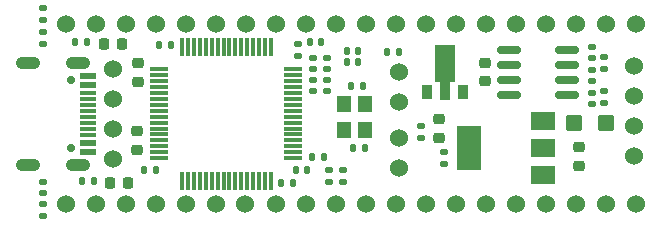
<source format=gts>
G04 #@! TF.GenerationSoftware,KiCad,Pcbnew,7.0.1-0*
G04 #@! TF.CreationDate,2023-09-07T09:44:33-04:00*
G04 #@! TF.ProjectId,F405_pill,46343035-5f70-4696-9c6c-2e6b69636164,rev?*
G04 #@! TF.SameCoordinates,Original*
G04 #@! TF.FileFunction,Soldermask,Top*
G04 #@! TF.FilePolarity,Negative*
%FSLAX46Y46*%
G04 Gerber Fmt 4.6, Leading zero omitted, Abs format (unit mm)*
G04 Created by KiCad (PCBNEW 7.0.1-0) date 2023-09-07 09:44:33*
%MOMM*%
%LPD*%
G01*
G04 APERTURE LIST*
G04 Aperture macros list*
%AMRoundRect*
0 Rectangle with rounded corners*
0 $1 Rounding radius*
0 $2 $3 $4 $5 $6 $7 $8 $9 X,Y pos of 4 corners*
0 Add a 4 corners polygon primitive as box body*
4,1,4,$2,$3,$4,$5,$6,$7,$8,$9,$2,$3,0*
0 Add four circle primitives for the rounded corners*
1,1,$1+$1,$2,$3*
1,1,$1+$1,$4,$5*
1,1,$1+$1,$6,$7*
1,1,$1+$1,$8,$9*
0 Add four rect primitives between the rounded corners*
20,1,$1+$1,$2,$3,$4,$5,0*
20,1,$1+$1,$4,$5,$6,$7,0*
20,1,$1+$1,$6,$7,$8,$9,0*
20,1,$1+$1,$8,$9,$2,$3,0*%
%AMFreePoly0*
4,1,9,3.862500,-0.866500,0.737500,-0.866500,0.737500,-0.450000,-0.737500,-0.450000,-0.737500,0.450000,0.737500,0.450000,0.737500,0.866500,3.862500,0.866500,3.862500,-0.866500,3.862500,-0.866500,$1*%
G04 Aperture macros list end*
%ADD10RoundRect,0.135000X0.185000X-0.135000X0.185000X0.135000X-0.185000X0.135000X-0.185000X-0.135000X0*%
%ADD11RoundRect,0.225000X0.250000X-0.225000X0.250000X0.225000X-0.250000X0.225000X-0.250000X-0.225000X0*%
%ADD12RoundRect,0.225000X-0.250000X0.225000X-0.250000X-0.225000X0.250000X-0.225000X0.250000X0.225000X0*%
%ADD13RoundRect,0.140000X0.140000X0.170000X-0.140000X0.170000X-0.140000X-0.170000X0.140000X-0.170000X0*%
%ADD14RoundRect,0.135000X-0.135000X-0.185000X0.135000X-0.185000X0.135000X0.185000X-0.135000X0.185000X0*%
%ADD15RoundRect,0.218750X-0.218750X-0.256250X0.218750X-0.256250X0.218750X0.256250X-0.218750X0.256250X0*%
%ADD16R,2.000000X1.500000*%
%ADD17R,2.000000X3.800000*%
%ADD18RoundRect,0.140000X0.170000X-0.140000X0.170000X0.140000X-0.170000X0.140000X-0.170000X-0.140000X0*%
%ADD19C,1.524000*%
%ADD20R,1.200000X1.400000*%
%ADD21RoundRect,0.140000X-0.140000X-0.170000X0.140000X-0.170000X0.140000X0.170000X-0.140000X0.170000X0*%
%ADD22RoundRect,0.140000X-0.170000X0.140000X-0.170000X-0.140000X0.170000X-0.140000X0.170000X0.140000X0*%
%ADD23RoundRect,0.250000X-0.450000X-0.425000X0.450000X-0.425000X0.450000X0.425000X-0.450000X0.425000X0*%
%ADD24C,0.700000*%
%ADD25R,1.450000X0.600000*%
%ADD26R,1.450000X0.300000*%
%ADD27O,2.100000X1.050000*%
%ADD28RoundRect,0.135000X-0.185000X0.135000X-0.185000X-0.135000X0.185000X-0.135000X0.185000X0.135000X0*%
%ADD29RoundRect,0.218750X0.256250X-0.218750X0.256250X0.218750X-0.256250X0.218750X-0.256250X-0.218750X0*%
%ADD30RoundRect,0.075000X0.700000X0.075000X-0.700000X0.075000X-0.700000X-0.075000X0.700000X-0.075000X0*%
%ADD31RoundRect,0.075000X0.075000X0.700000X-0.075000X0.700000X-0.075000X-0.700000X0.075000X-0.700000X0*%
%ADD32R,0.900000X1.300000*%
%ADD33FreePoly0,90.000000*%
%ADD34RoundRect,0.147500X-0.172500X0.147500X-0.172500X-0.147500X0.172500X-0.147500X0.172500X0.147500X0*%
%ADD35RoundRect,0.150000X-0.825000X-0.150000X0.825000X-0.150000X0.825000X0.150000X-0.825000X0.150000X0*%
G04 APERTURE END LIST*
D10*
X130900000Y-88966000D03*
X130900000Y-87946000D03*
D11*
X104901000Y-87713000D03*
X104901000Y-86163000D03*
D12*
X105007000Y-80412000D03*
X105007000Y-81962000D03*
D13*
X106490000Y-89400000D03*
X105530000Y-89400000D03*
X107780000Y-78860000D03*
X106820000Y-78860000D03*
D14*
X126070000Y-79430000D03*
X127090000Y-79430000D03*
D15*
X102112500Y-78800000D03*
X103687500Y-78800000D03*
D16*
X139300000Y-89900000D03*
X139300000Y-87600000D03*
D17*
X133000000Y-87600000D03*
D16*
X139300000Y-85300000D03*
D18*
X96940000Y-91380000D03*
X96940000Y-90420000D03*
D19*
X146982000Y-88222000D03*
X146982000Y-85682000D03*
X146982000Y-83142000D03*
X146982000Y-80602000D03*
D20*
X124180000Y-86033000D03*
X124180000Y-83833000D03*
X122480000Y-83833000D03*
X122480000Y-86033000D03*
D19*
X127090000Y-81120000D03*
X127090000Y-83660000D03*
D18*
X119860000Y-80890000D03*
X119860000Y-79930000D03*
X118514000Y-79763000D03*
X118514000Y-78803000D03*
D21*
X123061000Y-82300000D03*
X124021000Y-82300000D03*
D10*
X128960000Y-86730000D03*
X128960000Y-85710000D03*
D22*
X119858000Y-81814000D03*
X119858000Y-82774000D03*
D21*
X119750000Y-88330000D03*
X120710000Y-88330000D03*
D23*
X141950000Y-85500000D03*
X144650000Y-85500000D03*
D11*
X134350000Y-81925000D03*
X134350000Y-80375000D03*
D24*
X99350000Y-81810000D03*
X99350000Y-87590000D03*
D25*
X100795000Y-81450000D03*
X100795000Y-82250000D03*
D26*
X100795000Y-83450000D03*
X100795000Y-84450000D03*
X100795000Y-84950000D03*
X100795000Y-85950000D03*
D25*
X100795000Y-87950000D03*
X100795000Y-87150000D03*
D26*
X100795000Y-86450000D03*
X100795000Y-85450000D03*
X100795000Y-83950000D03*
X100795000Y-82950000D03*
D27*
X99880000Y-80380000D03*
X99880000Y-89020000D03*
X95700000Y-80380000D03*
X95700000Y-89020000D03*
D28*
X96930000Y-92350000D03*
X96930000Y-93370000D03*
D22*
X121000000Y-81820000D03*
X121000000Y-82780000D03*
D10*
X96975000Y-78810000D03*
X96975000Y-77790000D03*
D21*
X117150000Y-90500000D03*
X118110000Y-90500000D03*
D29*
X130500000Y-86687500D03*
X130500000Y-85112500D03*
D30*
X118167000Y-88429000D03*
X118167000Y-87929000D03*
X118167000Y-87429000D03*
X118167000Y-86929000D03*
X118167000Y-86429000D03*
X118167000Y-85929000D03*
X118167000Y-85429000D03*
X118167000Y-84929000D03*
X118167000Y-84429000D03*
X118167000Y-83929000D03*
X118167000Y-83429000D03*
X118167000Y-82929000D03*
X118167000Y-82429000D03*
X118167000Y-81929000D03*
X118167000Y-81429000D03*
X118167000Y-80929000D03*
D31*
X116242000Y-79004000D03*
X115742000Y-79004000D03*
X115242000Y-79004000D03*
X114742000Y-79004000D03*
X114242000Y-79004000D03*
X113742000Y-79004000D03*
X113242000Y-79004000D03*
X112742000Y-79004000D03*
X112242000Y-79004000D03*
X111742000Y-79004000D03*
X111242000Y-79004000D03*
X110742000Y-79004000D03*
X110242000Y-79004000D03*
X109742000Y-79004000D03*
X109242000Y-79004000D03*
X108742000Y-79004000D03*
D30*
X106817000Y-80929000D03*
X106817000Y-81429000D03*
X106817000Y-81929000D03*
X106817000Y-82429000D03*
X106817000Y-82929000D03*
X106817000Y-83429000D03*
X106817000Y-83929000D03*
X106817000Y-84429000D03*
X106817000Y-84929000D03*
X106817000Y-85429000D03*
X106817000Y-85929000D03*
X106817000Y-86429000D03*
X106817000Y-86929000D03*
X106817000Y-87429000D03*
X106817000Y-87929000D03*
X106817000Y-88429000D03*
D31*
X108742000Y-90354000D03*
X109242000Y-90354000D03*
X109742000Y-90354000D03*
X110242000Y-90354000D03*
X110742000Y-90354000D03*
X111242000Y-90354000D03*
X111742000Y-90354000D03*
X112242000Y-90354000D03*
X112742000Y-90354000D03*
X113242000Y-90354000D03*
X113742000Y-90354000D03*
X114242000Y-90354000D03*
X114742000Y-90354000D03*
X115242000Y-90354000D03*
X115742000Y-90354000D03*
X116242000Y-90354000D03*
D32*
X129500000Y-82850000D03*
D33*
X131000000Y-82762500D03*
D32*
X132500000Y-82850000D03*
D10*
X97000000Y-76735000D03*
X97000000Y-75715000D03*
D21*
X122700000Y-79350000D03*
X123660000Y-79350000D03*
D18*
X143400000Y-79980000D03*
X143400000Y-79020000D03*
D10*
X144450000Y-83770000D03*
X144450000Y-82750000D03*
D13*
X124180000Y-87600000D03*
X123220000Y-87600000D03*
D19*
X127090000Y-89310000D03*
X127090000Y-86770000D03*
D34*
X121000000Y-79915000D03*
X121000000Y-80885000D03*
D19*
X147147000Y-77057000D03*
X144607000Y-77057000D03*
X142067000Y-77057000D03*
X139527000Y-77057000D03*
X136987000Y-77057000D03*
X134447000Y-77057000D03*
X131907000Y-77057000D03*
X129367000Y-77057000D03*
X126827000Y-77057000D03*
X124287000Y-77057000D03*
X121747000Y-77057000D03*
X119207000Y-77057000D03*
X116667000Y-77057000D03*
X114127000Y-77057000D03*
X111587000Y-77057000D03*
X109047000Y-77057000D03*
X106507000Y-77057000D03*
X103967000Y-77057000D03*
X101427000Y-77057000D03*
X98887000Y-77057000D03*
X98887000Y-92297000D03*
X101427000Y-92297000D03*
X103967000Y-92297000D03*
X106507000Y-92297000D03*
X109047000Y-92297000D03*
X111587000Y-92297000D03*
X114103395Y-92306993D03*
X116667000Y-92297000D03*
X119207000Y-92297000D03*
X121747000Y-92297000D03*
X124287000Y-92297000D03*
X126827000Y-92297000D03*
X129367000Y-92297000D03*
X131907000Y-92297000D03*
X134447000Y-92297000D03*
X136987000Y-92297000D03*
X139527000Y-92297000D03*
X142067000Y-92297000D03*
X144607000Y-92297000D03*
X147147000Y-92297000D03*
D10*
X121200000Y-90460000D03*
X121200000Y-89440000D03*
X122400000Y-90460000D03*
X122400000Y-89440000D03*
D19*
X102882000Y-80860000D03*
X102882000Y-83400000D03*
X102882000Y-85940000D03*
X102882000Y-88480000D03*
D21*
X122710000Y-80330000D03*
X123670000Y-80330000D03*
X118370000Y-89420000D03*
X119330000Y-89420000D03*
D35*
X136375000Y-79295000D03*
X136375000Y-80565000D03*
X136375000Y-81835000D03*
X136375000Y-83105000D03*
X141325000Y-83105000D03*
X141325000Y-81835000D03*
X141325000Y-80565000D03*
X141325000Y-79295000D03*
D14*
X99680000Y-78640000D03*
X100700000Y-78640000D03*
D22*
X143400000Y-80970000D03*
X143400000Y-81930000D03*
D15*
X102612500Y-90500000D03*
X104187500Y-90500000D03*
D12*
X142300000Y-87525000D03*
X142300000Y-89075000D03*
D18*
X143400000Y-83880000D03*
X143400000Y-82920000D03*
D14*
X100290000Y-90400000D03*
X101310000Y-90400000D03*
D21*
X119570000Y-78600000D03*
X120530000Y-78600000D03*
D10*
X144450000Y-80910000D03*
X144450000Y-79890000D03*
M02*

</source>
